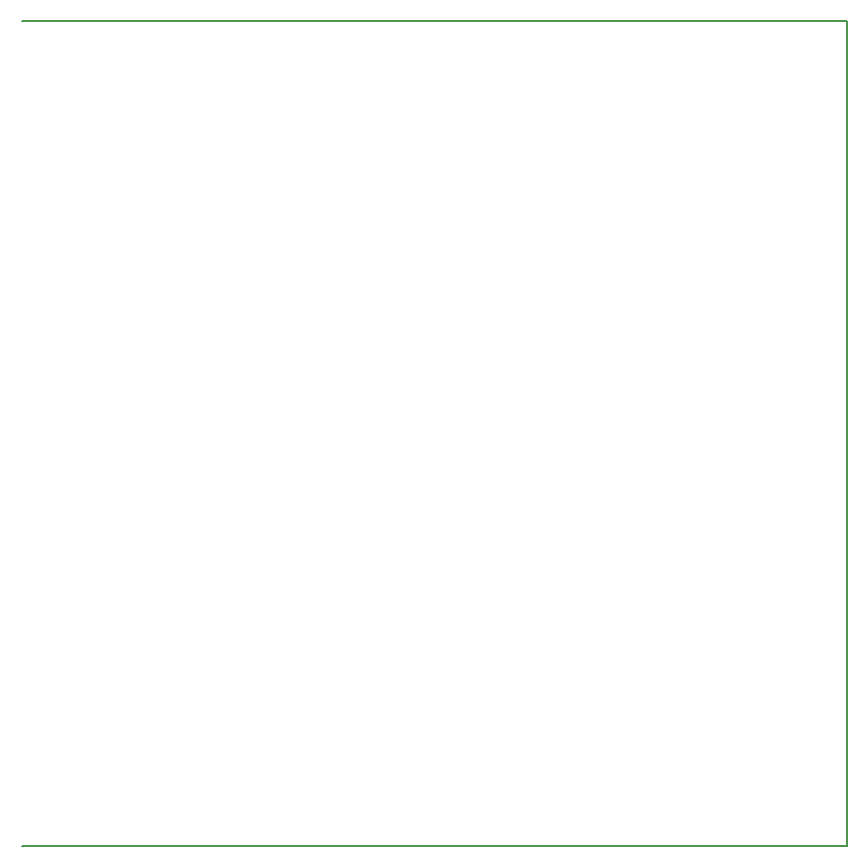
<source format=gm1>
G04 MADE WITH FRITZING*
G04 WWW.FRITZING.ORG*
G04 DOUBLE SIDED*
G04 HOLES PLATED*
G04 CONTOUR ON CENTER OF CONTOUR VECTOR*
%ASAXBY*%
%FSLAX23Y23*%
%MOIN*%
%OFA0B0*%
%SFA1.0B1.0*%
%ADD10C,0.007101*%
%ADD10C,0.008*%
%LNCONTOUR*%
G90*
G70*
G54D10*
G54D10*
X3Y2750D02*
X2752Y2750D01*
X2752Y1D01*
X3Y1D01*
D02*
G04 End of contour*
M02*
</source>
